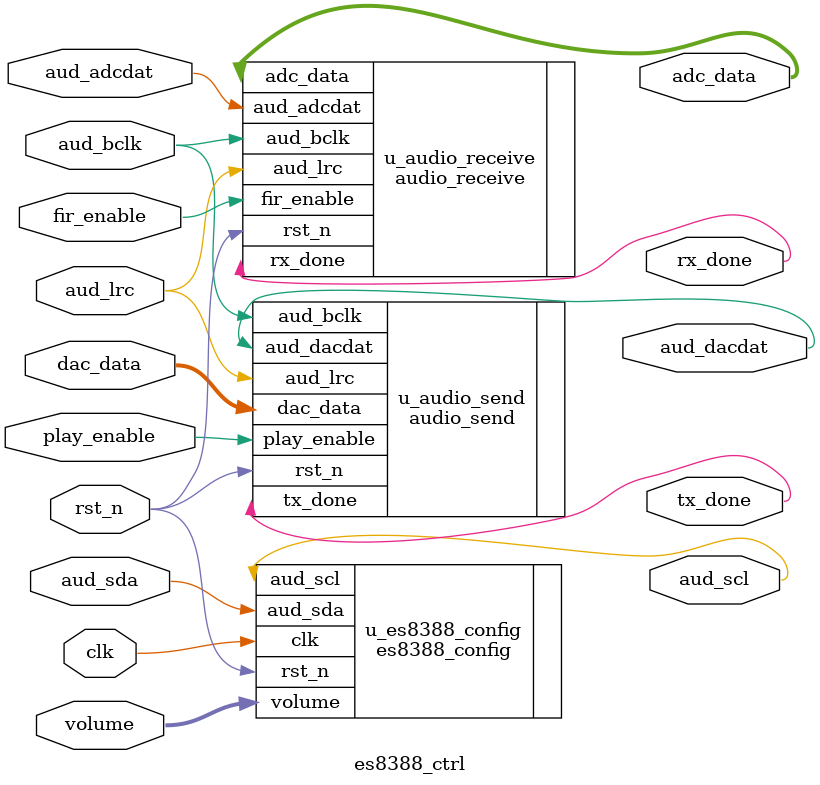
<source format=v>
module es8388_ctrl(
    input                clk        ,   // ʱ���ź�
    input                rst_n      ,   // ��λ�ź�
    
    //audio interface(mast  
    input                aud_bclk   ,   // es8388λʱ��
    input                aud_lrc    ,   // �����ź�
    input                aud_adcdat ,   // ��Ƶ����
    output               aud_dacdat ,   // ��Ƶ���
    
    //control interfac  
    output               aud_scl    ,   // es8388��SCL�ź�
    inout                aud_sda    ,   // es8388��SDA�ź�
    
    //user i    
    output     [31:0]    adc_data   ,   // �������Ƶ����
    input      [31:0]    dac_data   ,   // Ƶ
	 
	 input      [1:0]    volume     ,    //
    input                fir_enable ,   // FIR filter enable
    input                play_enable,   // Playback enable
    output               rx_done    ,   // һβɼ
    output               tx_done        // һη
);

//parameter define
parameter    WL = 6'd24;                // word length��Ƶ�ֳ�����

//*****************************************************
//**                    main code
//*****************************************************

//����es8388�Ĵ�������ģ��
es8388_config #(
    .WL             (WL)
) u_es8388_config(
    .clk            (clk),              // ʱ���ź�
    .rst_n          (rst_n),            // ��λ�ź�
    
	 .volume       (volume),          //������������
	 
    .aud_scl        (aud_scl),          // es8388��SCLʱ��
    .aud_sda        (aud_sda)           // es8388��SDA�ź�
);

//����es8388��Ƶ����ģ��
audio_receive #(
    .WL             (WL)
) u_audio_receive(    
    .rst_n          (rst_n),            // λź
    
    .aud_bclk       (aud_bclk),         // es8388λʱ
    .aud_lrc        (aud_lrc),          // ź
    .aud_adcdat     (aud_adcdat),       // Ƶ
    .fir_enable     (fir_enable),
        
    .adc_data       (adc_data),         // FPGAյ
    .rx_done        (rx_done)           // FPGA
);

//����es8388��Ƶ����ģ��
audio_send #(
    .WL             (WL)
) u_audio_send(
    .rst_n          (rst_n),            // λź
        
    .aud_bclk       (aud_bclk),         // es83888λʱ
    .aud_lrc        (aud_lrc),          // ź
    .aud_dacdat     (aud_dacdat),       // ��Ƶ
    
    .play_enable    (play_enable),
    .dac_data       (dac_data),         // ԤƵ
    .tx_done        (tx_done)           // ź
);

endmodule
</source>
